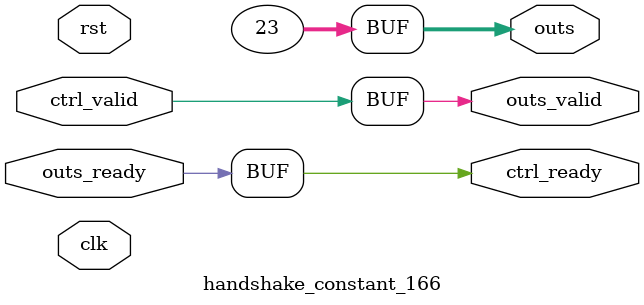
<source format=v>
`timescale 1ns / 1ps
module handshake_constant_166 #(
  parameter DATA_WIDTH = 32  // Default set to 32 bits
) (
  input                       clk,
  input                       rst,
  // Input Channel
  input                       ctrl_valid,
  output                      ctrl_ready,
  // Output Channel
  output [DATA_WIDTH - 1 : 0] outs,
  output                      outs_valid,
  input                       outs_ready
);
  assign outs       = 6'b010111;
  assign outs_valid = ctrl_valid;
  assign ctrl_ready = outs_ready;

endmodule

</source>
